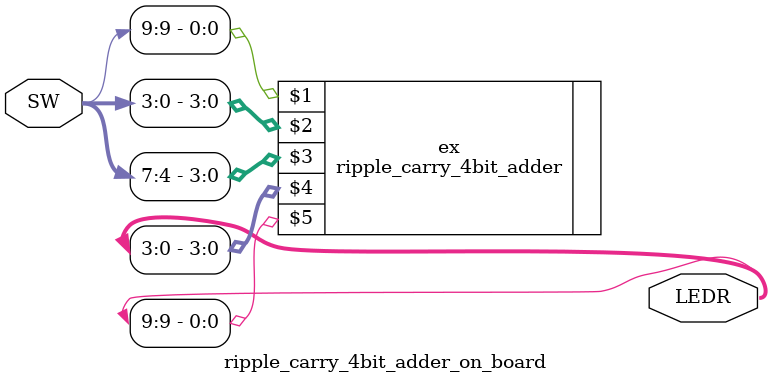
<source format=v>
module ripple_carry_4bit_adder_on_board( 
	input [9:0] SW,
	output [9:0] LEDR);
	
	ripple_carry_4bit_adder ex(SW[9], SW[3:0], SW[7:4], LEDR[3:0], LEDR[9]);

endmodule

</source>
